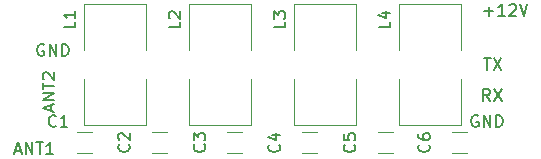
<source format=gbr>
%TF.GenerationSoftware,KiCad,Pcbnew,(6.0.0)*%
%TF.CreationDate,2022-01-14T09:56:19+02:00*%
%TF.ProjectId,uSDX_BPF,75534458-5f42-4504-962e-6b696361645f,rev?*%
%TF.SameCoordinates,Original*%
%TF.FileFunction,Legend,Top*%
%TF.FilePolarity,Positive*%
%FSLAX46Y46*%
G04 Gerber Fmt 4.6, Leading zero omitted, Abs format (unit mm)*
G04 Created by KiCad (PCBNEW (6.0.0)) date 2022-01-14 09:56:19*
%MOMM*%
%LPD*%
G01*
G04 APERTURE LIST*
%ADD10C,0.150000*%
%ADD11C,0.120000*%
G04 APERTURE END LIST*
D10*
%TO.C,C6*%
X90073829Y-45632665D02*
X90121448Y-45680284D01*
X90169067Y-45823141D01*
X90169067Y-45918379D01*
X90121448Y-46061237D01*
X90026210Y-46156475D01*
X89930972Y-46204094D01*
X89740496Y-46251713D01*
X89597639Y-46251713D01*
X89407163Y-46204094D01*
X89311925Y-46156475D01*
X89216687Y-46061237D01*
X89169067Y-45918379D01*
X89169067Y-45823141D01*
X89216687Y-45680284D01*
X89264306Y-45632665D01*
X89169067Y-44775522D02*
X89169067Y-44965999D01*
X89216687Y-45061237D01*
X89264306Y-45108856D01*
X89407163Y-45204094D01*
X89597639Y-45251713D01*
X89978591Y-45251713D01*
X90073829Y-45204094D01*
X90121448Y-45156475D01*
X90169067Y-45061237D01*
X90169067Y-44870760D01*
X90121448Y-44775522D01*
X90073829Y-44727903D01*
X89978591Y-44680284D01*
X89740496Y-44680284D01*
X89645258Y-44727903D01*
X89597639Y-44775522D01*
X89550020Y-44870760D01*
X89550020Y-45061237D01*
X89597639Y-45156475D01*
X89645258Y-45204094D01*
X89740496Y-45251713D01*
%TO.C,C5*%
X83754187Y-45644438D02*
X83801806Y-45692057D01*
X83849425Y-45834914D01*
X83849425Y-45930152D01*
X83801806Y-46073010D01*
X83706568Y-46168248D01*
X83611330Y-46215867D01*
X83420854Y-46263486D01*
X83277997Y-46263486D01*
X83087521Y-46215867D01*
X82992283Y-46168248D01*
X82897045Y-46073010D01*
X82849425Y-45930152D01*
X82849425Y-45834914D01*
X82897045Y-45692057D01*
X82944664Y-45644438D01*
X82849425Y-44739676D02*
X82849425Y-45215867D01*
X83325616Y-45263486D01*
X83277997Y-45215867D01*
X83230378Y-45120629D01*
X83230378Y-44882533D01*
X83277997Y-44787295D01*
X83325616Y-44739676D01*
X83420854Y-44692057D01*
X83658949Y-44692057D01*
X83754187Y-44739676D01*
X83801806Y-44787295D01*
X83849425Y-44882533D01*
X83849425Y-45120629D01*
X83801806Y-45215867D01*
X83754187Y-45263486D01*
%TO.C,C4*%
X77383542Y-45653068D02*
X77431161Y-45700687D01*
X77478780Y-45843544D01*
X77478780Y-45938782D01*
X77431161Y-46081640D01*
X77335923Y-46176878D01*
X77240685Y-46224497D01*
X77050209Y-46272116D01*
X76907352Y-46272116D01*
X76716876Y-46224497D01*
X76621638Y-46176878D01*
X76526400Y-46081640D01*
X76478780Y-45938782D01*
X76478780Y-45843544D01*
X76526400Y-45700687D01*
X76574019Y-45653068D01*
X76812114Y-44795925D02*
X77478780Y-44795925D01*
X76431161Y-45034021D02*
X77145447Y-45272116D01*
X77145447Y-44653068D01*
%TO.C,C3*%
X71059874Y-45625318D02*
X71107493Y-45672937D01*
X71155112Y-45815794D01*
X71155112Y-45911032D01*
X71107493Y-46053890D01*
X71012255Y-46149128D01*
X70917017Y-46196747D01*
X70726541Y-46244366D01*
X70583684Y-46244366D01*
X70393208Y-46196747D01*
X70297970Y-46149128D01*
X70202732Y-46053890D01*
X70155112Y-45911032D01*
X70155112Y-45815794D01*
X70202732Y-45672937D01*
X70250351Y-45625318D01*
X70155112Y-45291985D02*
X70155112Y-44672937D01*
X70536065Y-45006271D01*
X70536065Y-44863413D01*
X70583684Y-44768175D01*
X70631303Y-44720556D01*
X70726541Y-44672937D01*
X70964636Y-44672937D01*
X71059874Y-44720556D01*
X71107493Y-44768175D01*
X71155112Y-44863413D01*
X71155112Y-45149128D01*
X71107493Y-45244366D01*
X71059874Y-45291985D01*
%TO.C,C2*%
X64671352Y-45624932D02*
X64718971Y-45672551D01*
X64766590Y-45815408D01*
X64766590Y-45910646D01*
X64718971Y-46053504D01*
X64623733Y-46148742D01*
X64528495Y-46196361D01*
X64338019Y-46243980D01*
X64195162Y-46243980D01*
X64004686Y-46196361D01*
X63909448Y-46148742D01*
X63814210Y-46053504D01*
X63766590Y-45910646D01*
X63766590Y-45815408D01*
X63814210Y-45672551D01*
X63861829Y-45624932D01*
X63861829Y-45243980D02*
X63814210Y-45196361D01*
X63766590Y-45101123D01*
X63766590Y-44863027D01*
X63814210Y-44767789D01*
X63861829Y-44720170D01*
X63957067Y-44672551D01*
X64052305Y-44672551D01*
X64195162Y-44720170D01*
X64766590Y-45291599D01*
X64766590Y-44672551D01*
%TO.C,C1*%
X58507333Y-44045142D02*
X58459714Y-44092761D01*
X58316857Y-44140380D01*
X58221619Y-44140380D01*
X58078761Y-44092761D01*
X57983523Y-43997523D01*
X57935904Y-43902285D01*
X57888285Y-43711809D01*
X57888285Y-43568952D01*
X57935904Y-43378476D01*
X57983523Y-43283238D01*
X58078761Y-43188000D01*
X58221619Y-43140380D01*
X58316857Y-43140380D01*
X58459714Y-43188000D01*
X58507333Y-43235619D01*
X59459714Y-44140380D02*
X58888285Y-44140380D01*
X59174000Y-44140380D02*
X59174000Y-43140380D01*
X59078761Y-43283238D01*
X58983523Y-43378476D01*
X58888285Y-43426095D01*
%TO.C,L4*%
X86812380Y-35218666D02*
X86812380Y-35694857D01*
X85812380Y-35694857D01*
X86145714Y-34456761D02*
X86812380Y-34456761D01*
X85764761Y-34694857D02*
X86479047Y-34932952D01*
X86479047Y-34313904D01*
%TO.C,L3*%
X77922380Y-35218666D02*
X77922380Y-35694857D01*
X76922380Y-35694857D01*
X76922380Y-34980571D02*
X76922380Y-34361523D01*
X77303333Y-34694857D01*
X77303333Y-34552000D01*
X77350952Y-34456761D01*
X77398571Y-34409142D01*
X77493809Y-34361523D01*
X77731904Y-34361523D01*
X77827142Y-34409142D01*
X77874761Y-34456761D01*
X77922380Y-34552000D01*
X77922380Y-34837714D01*
X77874761Y-34932952D01*
X77827142Y-34980571D01*
%TO.C,L2*%
X69032380Y-35218666D02*
X69032380Y-35694857D01*
X68032380Y-35694857D01*
X68127619Y-34932952D02*
X68080000Y-34885333D01*
X68032380Y-34790095D01*
X68032380Y-34552000D01*
X68080000Y-34456761D01*
X68127619Y-34409142D01*
X68222857Y-34361523D01*
X68318095Y-34361523D01*
X68460952Y-34409142D01*
X69032380Y-34980571D01*
X69032380Y-34361523D01*
%TO.C,L1*%
X60142380Y-35218666D02*
X60142380Y-35694857D01*
X59142380Y-35694857D01*
X60142380Y-34361523D02*
X60142380Y-34932952D01*
X60142380Y-34647238D02*
X59142380Y-34647238D01*
X59285238Y-34742476D01*
X59380476Y-34837714D01*
X59428095Y-34932952D01*
%TO.C,GND*%
X57483441Y-37189903D02*
X57388203Y-37142283D01*
X57245346Y-37142283D01*
X57102488Y-37189903D01*
X57007250Y-37285141D01*
X56959631Y-37380379D01*
X56912012Y-37570855D01*
X56912012Y-37713712D01*
X56959631Y-37904188D01*
X57007250Y-37999426D01*
X57102488Y-38094664D01*
X57245346Y-38142283D01*
X57340584Y-38142283D01*
X57483441Y-38094664D01*
X57531060Y-38047045D01*
X57531060Y-37713712D01*
X57340584Y-37713712D01*
X57959631Y-38142283D02*
X57959631Y-37142283D01*
X58531060Y-38142283D01*
X58531060Y-37142283D01*
X59007250Y-38142283D02*
X59007250Y-37142283D01*
X59245346Y-37142283D01*
X59388203Y-37189903D01*
X59483441Y-37285141D01*
X59531060Y-37380379D01*
X59578679Y-37570855D01*
X59578679Y-37713712D01*
X59531060Y-37904188D01*
X59483441Y-37999426D01*
X59388203Y-38094664D01*
X59245346Y-38142283D01*
X59007250Y-38142283D01*
%TO.C, *%
%TO.C,ANT2*%
X58078666Y-42767047D02*
X58078666Y-42290857D01*
X58364380Y-42862285D02*
X57364380Y-42528952D01*
X58364380Y-42195619D01*
X58364380Y-41862285D02*
X57364380Y-41862285D01*
X58364380Y-41290857D01*
X57364380Y-41290857D01*
X57364380Y-40957523D02*
X57364380Y-40386095D01*
X58364380Y-40671809D02*
X57364380Y-40671809D01*
X57459619Y-40100380D02*
X57412000Y-40052761D01*
X57364380Y-39957523D01*
X57364380Y-39719428D01*
X57412000Y-39624190D01*
X57459619Y-39576571D01*
X57554857Y-39528952D01*
X57650095Y-39528952D01*
X57792952Y-39576571D01*
X58364380Y-40148000D01*
X58364380Y-39528952D01*
%TO.C,ANT1*%
X55026305Y-46176538D02*
X55502495Y-46176538D01*
X54931067Y-46462252D02*
X55264400Y-45462252D01*
X55597733Y-46462252D01*
X55931067Y-46462252D02*
X55931067Y-45462252D01*
X56502495Y-46462252D01*
X56502495Y-45462252D01*
X56835829Y-45462252D02*
X57407257Y-45462252D01*
X57121543Y-46462252D02*
X57121543Y-45462252D01*
X58264400Y-46462252D02*
X57692972Y-46462252D01*
X57978686Y-46462252D02*
X57978686Y-45462252D01*
X57883448Y-45605110D01*
X57788210Y-45700348D01*
X57692972Y-45747967D01*
%TO.C,+12V*%
X94758095Y-34361428D02*
X95520000Y-34361428D01*
X95139047Y-34742380D02*
X95139047Y-33980476D01*
X96520000Y-34742380D02*
X95948571Y-34742380D01*
X96234285Y-34742380D02*
X96234285Y-33742380D01*
X96139047Y-33885238D01*
X96043809Y-33980476D01*
X95948571Y-34028095D01*
X96900952Y-33837619D02*
X96948571Y-33790000D01*
X97043809Y-33742380D01*
X97281904Y-33742380D01*
X97377142Y-33790000D01*
X97424761Y-33837619D01*
X97472380Y-33932857D01*
X97472380Y-34028095D01*
X97424761Y-34170952D01*
X96853333Y-34742380D01*
X97472380Y-34742380D01*
X97758095Y-33742380D02*
X98091428Y-34742380D01*
X98424761Y-33742380D01*
%TO.C,TX*%
X94742095Y-38314380D02*
X95313523Y-38314380D01*
X95027809Y-39314380D02*
X95027809Y-38314380D01*
X95551619Y-38314380D02*
X96218285Y-39314380D01*
X96218285Y-38314380D02*
X95551619Y-39314380D01*
%TO.C,RX*%
X95253333Y-41934380D02*
X94920000Y-41458190D01*
X94681904Y-41934380D02*
X94681904Y-40934380D01*
X95062857Y-40934380D01*
X95158095Y-40982000D01*
X95205714Y-41029619D01*
X95253333Y-41124857D01*
X95253333Y-41267714D01*
X95205714Y-41362952D01*
X95158095Y-41410571D01*
X95062857Y-41458190D01*
X94681904Y-41458190D01*
X95586666Y-40934380D02*
X96253333Y-41934380D01*
X96253333Y-40934380D02*
X95586666Y-41934380D01*
%TO.C,GND*%
X94234095Y-43188000D02*
X94138857Y-43140380D01*
X93996000Y-43140380D01*
X93853142Y-43188000D01*
X93757904Y-43283238D01*
X93710285Y-43378476D01*
X93662666Y-43568952D01*
X93662666Y-43711809D01*
X93710285Y-43902285D01*
X93757904Y-43997523D01*
X93853142Y-44092761D01*
X93996000Y-44140380D01*
X94091238Y-44140380D01*
X94234095Y-44092761D01*
X94281714Y-44045142D01*
X94281714Y-43711809D01*
X94091238Y-43711809D01*
X94710285Y-44140380D02*
X94710285Y-43140380D01*
X95281714Y-44140380D01*
X95281714Y-43140380D01*
X95757904Y-44140380D02*
X95757904Y-43140380D01*
X95996000Y-43140380D01*
X96138857Y-43188000D01*
X96234095Y-43283238D01*
X96281714Y-43378476D01*
X96329333Y-43568952D01*
X96329333Y-43711809D01*
X96281714Y-43902285D01*
X96234095Y-43997523D01*
X96138857Y-44092761D01*
X95996000Y-44140380D01*
X95757904Y-44140380D01*
D11*
%TO.C,C6*%
X92061000Y-44546000D02*
X93319000Y-44546000D01*
X92061000Y-46386000D02*
X93319000Y-46386000D01*
%TO.C,C5*%
X87009000Y-46386000D02*
X85751000Y-46386000D01*
X87009000Y-44546000D02*
X85751000Y-44546000D01*
%TO.C,C4*%
X79361000Y-44546000D02*
X80619000Y-44546000D01*
X79361000Y-46386000D02*
X80619000Y-46386000D01*
%TO.C,C3*%
X73011000Y-44546000D02*
X74269000Y-44546000D01*
X73011000Y-46386000D02*
X74269000Y-46386000D01*
%TO.C,C2*%
X66661000Y-44546000D02*
X67919000Y-44546000D01*
X66661000Y-46386000D02*
X67919000Y-46386000D01*
%TO.C,C1*%
X60311000Y-44546000D02*
X61569000Y-44546000D01*
X60311000Y-46386000D02*
X61569000Y-46386000D01*
%TO.C,L4*%
X87550000Y-33742000D02*
X92790000Y-33742000D01*
X87550000Y-43982000D02*
X92790000Y-43982000D01*
X92790000Y-37607000D02*
X92790000Y-33742000D01*
X92790000Y-43982000D02*
X92790000Y-40117000D01*
X87550000Y-37607000D02*
X87550000Y-33742000D01*
X87550000Y-43982000D02*
X87550000Y-40117000D01*
%TO.C,L3*%
X78660000Y-33742000D02*
X83900000Y-33742000D01*
X78660000Y-43982000D02*
X83900000Y-43982000D01*
X83900000Y-37607000D02*
X83900000Y-33742000D01*
X83900000Y-43982000D02*
X83900000Y-40117000D01*
X78660000Y-37607000D02*
X78660000Y-33742000D01*
X78660000Y-43982000D02*
X78660000Y-40117000D01*
%TO.C,L2*%
X69770000Y-33742000D02*
X75010000Y-33742000D01*
X69770000Y-43982000D02*
X75010000Y-43982000D01*
X75010000Y-37607000D02*
X75010000Y-33742000D01*
X75010000Y-43982000D02*
X75010000Y-40117000D01*
X69770000Y-37607000D02*
X69770000Y-33742000D01*
X69770000Y-43982000D02*
X69770000Y-40117000D01*
%TO.C,L1*%
X60880000Y-33742000D02*
X66120000Y-33742000D01*
X60880000Y-43982000D02*
X66120000Y-43982000D01*
X66120000Y-37607000D02*
X66120000Y-33742000D01*
X66120000Y-43982000D02*
X66120000Y-40117000D01*
X60880000Y-37607000D02*
X60880000Y-33742000D01*
X60880000Y-43982000D02*
X60880000Y-40117000D01*
%TD*%
M02*

</source>
